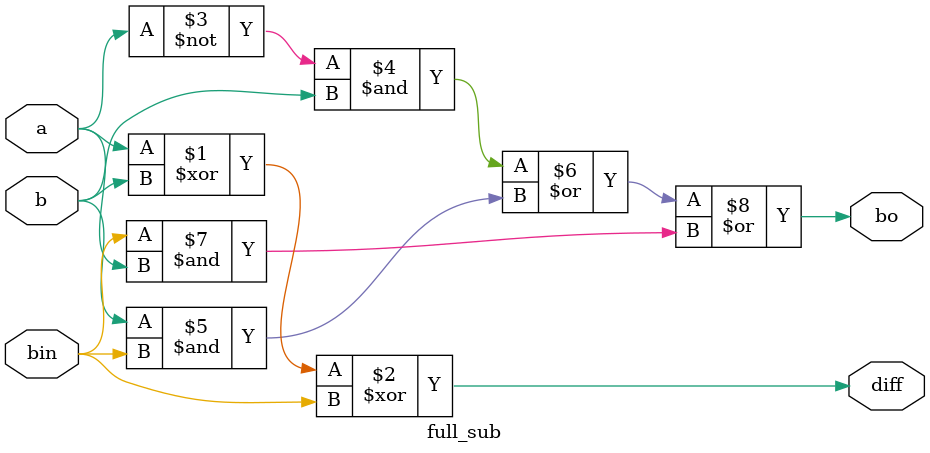
<source format=v>


module full_sub(a,b,bin,diff,bo);
input a,b,bin;
output diff,bo;
assign diff=a^b^bin;
assign bo=~a&b|b&bin|bin&a;
endmodule

</source>
